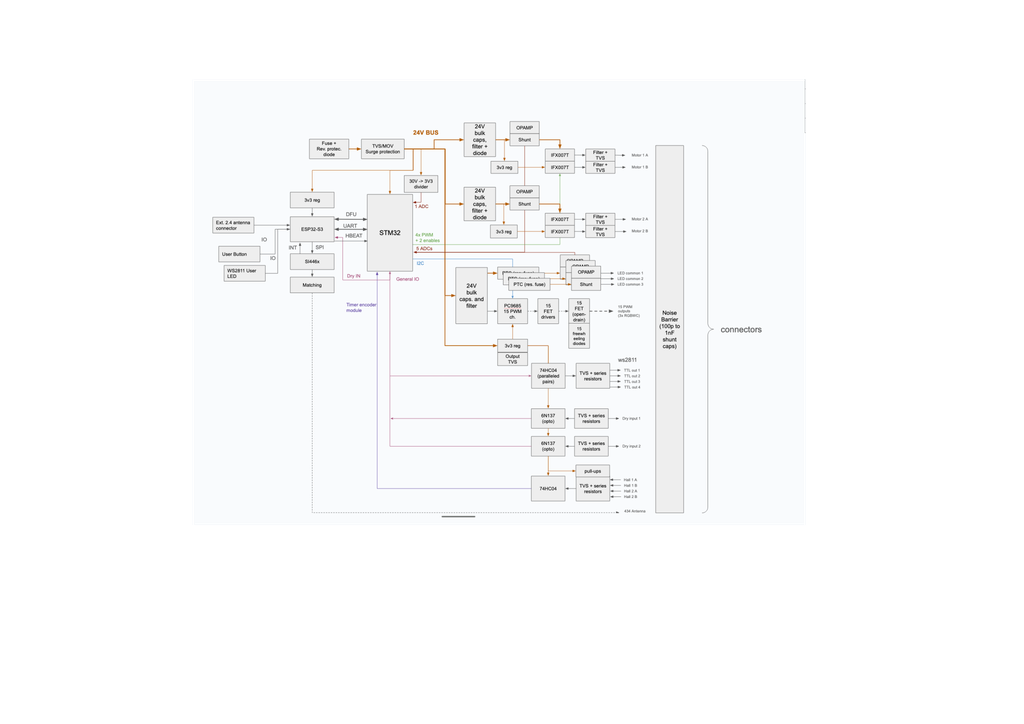
<source format=kicad_sch>
(kicad_sch (version 20250114) (generator "eeschema") (generator_version "9.0")
  (paper "A4")
  (lib_symbols)
  (image (at 144.78 87.63) (scale 1.20253))
)
</source>
